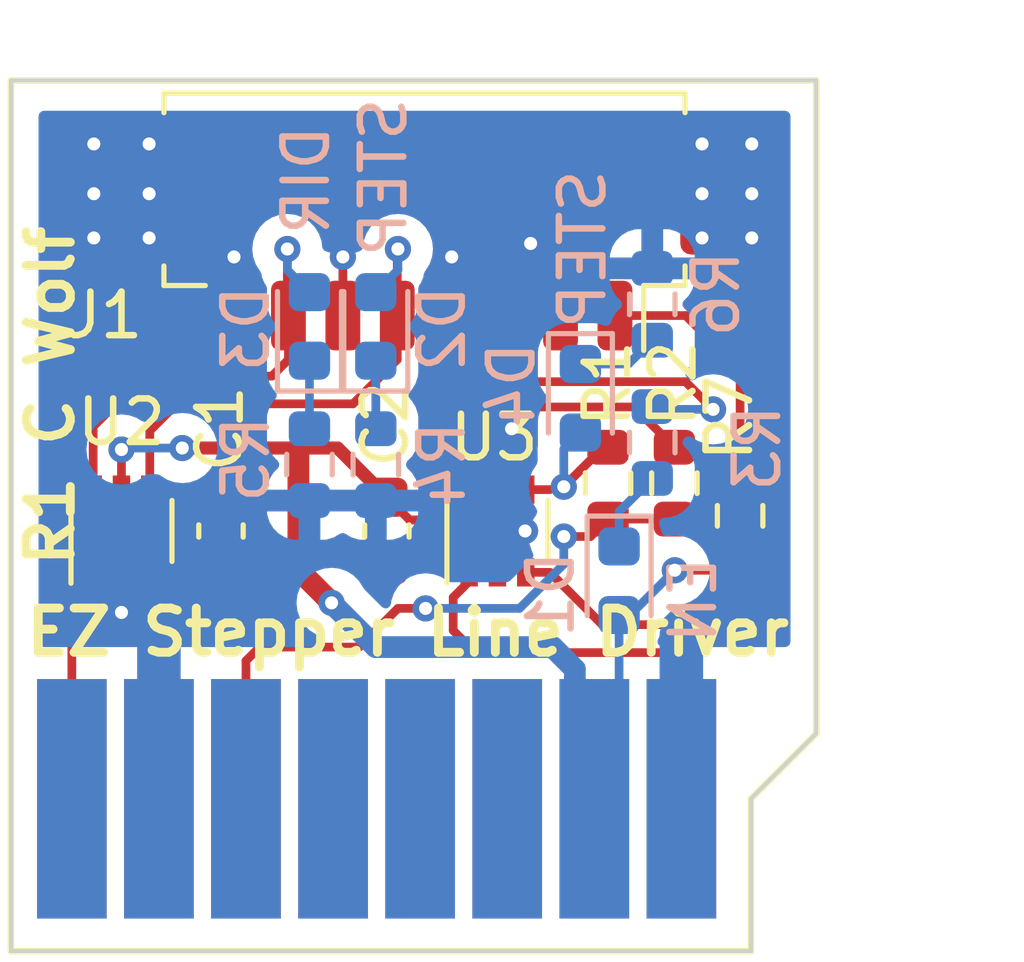
<source format=kicad_pcb>
(kicad_pcb (version 20221018) (generator pcbnew)
  (layers (0 "F.Cu" signal) (31 "B.Cu" signal) (34 "B.Paste" user) (35 "F.Paste" user) (36 "B.SilkS" user "B.Silkscreen") (37 "F.SilkS" user "F.Silkscreen") (38 "B.Mask" user) (39 "F.Mask" user) (44 "Edge.Cuts" user))
  (net 0 "")
  (net 1 "+5V")
  (net 2 "GND")
  (net 3 "/B-STEP")
  (net 4 "/B-DIR")
  (net 5 "Net-(D1-K)")
  (net 6 "Net-(D2-K)")
  (net 7 "/5VDIAG")
  (net 8 "/B-DIAG")
  (net 9 "/B-ENABLE")
  (net 10 "/DIAG")
  (net 15 "/DIR")
  (net 21 "Net-(D3-K)")
  (net 22 "/STEP")
  (net 23 "Net-(D4-K)")
  (net 24 "/\\ENABLE")
  (footprint "custom:EZ_Stepper_Edge_Connector" (layer "F.Cu") (at 30.48 -121.285)
    (fp_text reference "U1" hide)
    (fp_text value "EZ Driver Interface")
    (fp_line (start 0 -20) (end 0 0) (stroke (width 0.15)) (layer "F.SilkS"))
    (fp_line (start 0 0) (end 17 0) (stroke (width 0.15)) (layer "F.SilkS"))
    (fp_line (start 17 0) (end 17 -3.5) (stroke (width 0.15)) (layer "F.SilkS"))
    (fp_line (start 18.5 -20) (end 0 -20) (stroke (width 0.15)) (layer "F.SilkS"))
    (fp_line (start 18.5 -5) (end 17 -3.5) (stroke (width 0.15)) (layer "F.SilkS"))
    (fp_line (start 18.5 -5) (end 18.5 -20) (stroke (width 0.15)) (layer "F.SilkS"))
    (pad "1" smd rect locked (at 1.4 -3.5) (size 1.6 5.5) (layers "F.Cu" "F.Paste" "F.Mask") (net 15 "/DIR"))
    (pad "2" smd rect locked (at 3.4 -3.5) (size 1.6 5.5) (layers "F.Cu" "F.Paste" "F.Mask") (net 22 "/STEP"))
    (pad "3" smd rect locked (at 5.4 -3.5) (size 1.6 5.5) (layers "F.Cu" "F.Paste" "F.Mask") (net 10 "/DIAG"))
    (pad "4" smd rect locked (at 7.4 -3.5) (size 1.6 5.5) (layers "F.Cu" "F.Paste" "F.Mask"))
    (pad "5" smd rect locked (at 9.4 -3.5) (size 1.6 5.5) (layers "F.Cu" "F.Paste" "F.Mask"))
    (pad "6" smd rect locked (at 11.4 -3.5) (size 1.6 5.5) (layers "F.Cu" "F.Paste" "F.Mask"))
    (pad "7" smd rect locked (at 13.4 -3.5) (size 1.6 5.5) (layers "F.Cu" "F.Paste" "F.Mask"))
    (pad "8" smd rect locked (at 15.4 -3.5) (size 1.6 5.5) (layers "F.Cu" "F.Paste" "F.Mask") (net 24 "/\\ENABLE"))
    (pad "9" smd rect locked (at 15.4 -3.5) (size 1.6 5.5) (layers "B.Cu" "B.Paste" "B.Mask") (net 2 "GND"))
    (pad "10" smd rect locked (at 13.4 -3.5) (size 1.6 5.5) (layers "B.Cu" "B.Paste" "B.Mask") (net 1 "+5V"))
    (pad "11" smd rect locked (at 11.4 -3.5) (size 1.6 5.5) (layers "B.Cu" "B.Paste" "B.Mask"))
    (pad "12" smd rect locked (at 9.4 -3.5) (size 1.6 5.5) (layers "B.Cu" "B.Paste" "B.Mask"))
    (pad "13" smd rect locked (at 7.4 -3.5) (size 1.6 5.5) (layers "B.Cu" "B.Paste" "B.Mask"))
    (pad "14" smd rect locked (at 5.4 -3.5) (size 1.6 5.5) (layers "B.Cu" "B.Paste" "B.Mask"))
    (pad "15" smd rect locked (at 3.4 -3.5) (size 1.6 5.5) (layers "B.Cu" "B.Paste" "B.Mask") (net 2 "GND"))
    (pad "16" smd rect locked (at 1.4 -3.5) (size 1.6 5.5) (layers "B.Cu" "B.Paste" "B.Mask"))
  )
  (footprint "Capacitor_SMD:C_0603_1608Metric" (layer "F.Cu") (at 35.306 -130.937 -90)
    (fp_text reference "C1" (at -2.348 0.026 90) (layer "F.SilkS"))
    (fp_text value "C")
    (fp_line (start -0.14058 -0.51) (end 0.14058 -0.51) (stroke (width 0.12)) (layer "F.SilkS"))
    (fp_line (start -0.14058 0.51) (end 0.14058 0.51) (stroke (width 0.12)) (layer "F.SilkS"))
    (pad "1" smd roundrect (at -0.775 0 270) (size 0.9 0.95) (layers "F.Cu" "F.Paste" "F.Mask") (net 1 "+5V"))
    (pad "2" smd roundrect (at 0.775 0 270) (size 0.9 0.95) (layers "F.Cu" "F.Paste" "F.Mask") (net 2 "GND"))
  )
  (footprint "Package_TO_SOT_SMD:SOT-363_SC-70-6" (layer "F.Cu") (at 33.02 -130.937 90)
    (fp_text reference "U2" (at 2.5 0) (layer "F.SilkS"))
    (fp_text value "74LVC2G17")
    (fp_line (start -0.7 1.16) (end 0.7 1.16) (stroke (width 0.12)) (layer "F.SilkS"))
    (fp_line (start 0.7 -1.16) (end -1.2 -1.16) (stroke (width 0.12)) (layer "F.SilkS"))
    (pad "1" smd rect (at -0.95 -0.65 90) (size 0.65 0.4) (layers "F.Cu" "F.Paste" "F.Mask") (net 15 "/DIR"))
    (pad "2" smd rect (at -0.95 0 90) (size 0.65 0.4) (layers "F.Cu" "F.Paste" "F.Mask") (net 2 "GND"))
    (pad "3" smd rect (at -0.95 0.65 90) (size 0.65 0.4) (layers "F.Cu" "F.Paste" "F.Mask") (net 22 "/STEP"))
    (pad "4" smd rect (at 0.95 0.65 90) (size 0.65 0.4) (layers "F.Cu" "F.Paste" "F.Mask") (net 3 "/B-STEP"))
    (pad "5" smd rect (at 0.95 0 90) (size 0.65 0.4) (layers "F.Cu" "F.Paste" "F.Mask") (net 1 "+5V"))
    (pad "6" smd rect (at 0.95 -0.65 90) (size 0.65 0.4) (layers "F.Cu" "F.Paste" "F.Mask") (net 4 "/B-DIR"))
  )
  (footprint "Resistor_SMD:R_0603_1608Metric" (layer "F.Cu") (at 45.72 -132.035 -90)
    (fp_text reference "R2" (at -2.286 0.04 90) (layer "F.SilkS"))
    (fp_text value "2.2K")
    (fp_line (start -0.237258 -0.5225) (end 0.237258 -0.5225) (stroke (width 0.12)) (layer "F.SilkS"))
    (fp_line (start -0.237258 0.5225) (end 0.237258 0.5225) (stroke (width 0.12)) (layer "F.SilkS"))
    (pad "1" smd roundrect (at -0.825 0 270) (size 0.8 0.95) (layers "F.Cu" "F.Paste" "F.Mask") (net 2 "GND"))
    (pad "2" smd roundrect (at 0.825 0 270) (size 0.8 0.95) (layers "F.Cu" "F.Paste" "F.Mask") (net 10 "/DIAG"))
  )
  (footprint "Resistor_SMD:R_0603_1608Metric" (layer "F.Cu") (at 44.196 -132.035 90)
    (fp_text reference "R1" (at 2.286 -0.016 90) (layer "F.SilkS"))
    (fp_text value "1K")
    (fp_line (start -0.237258 -0.5225) (end 0.237258 -0.5225) (stroke (width 0.12)) (layer "F.SilkS"))
    (fp_line (start -0.237258 0.5225) (end 0.237258 0.5225) (stroke (width 0.12)) (layer "F.SilkS"))
    (pad "1" smd roundrect (at -0.825 0 90) (size 0.8 0.95) (layers "F.Cu" "F.Paste" "F.Mask") (net 10 "/DIAG"))
    (pad "2" smd roundrect (at 0.825 0 90) (size 0.8 0.95) (layers "F.Cu" "F.Paste" "F.Mask") (net 7 "/5VDIAG"))
  )
  (footprint "Package_TO_SOT_SMD:SOT-363_SC-70-6" (layer "F.Cu") (at 41.656 -130.937 90)
    (fp_text reference "U3" (at 2.148 -0.076 180) (layer "F.SilkS"))
    (fp_text value "74LVC2G17")
    (fp_line (start -0.7 1.16) (end 0.7 1.16) (stroke (width 0.12)) (layer "F.SilkS"))
    (fp_line (start 0.7 -1.16) (end -1.2 -1.16) (stroke (width 0.12)) (layer "F.SilkS"))
    (pad "1" smd rect (at -0.95 -0.65 90) (size 0.65 0.4) (layers "F.Cu" "F.Paste" "F.Mask") (net 24 "/\\ENABLE"))
    (pad "2" smd rect (at -0.95 0 90) (size 0.65 0.4) (layers "F.Cu" "F.Paste" "F.Mask") (net 2 "GND"))
    (pad "3" smd rect (at -0.95 0.65 90) (size 0.65 0.4) (layers "F.Cu" "F.Paste" "F.Mask") (net 8 "/B-DIAG"))
    (pad "4" smd rect (at 0.95 0.65 90) (size 0.65 0.4) (layers "F.Cu" "F.Paste" "F.Mask") (net 7 "/5VDIAG"))
    (pad "5" smd rect (at 0.95 0 90) (size 0.65 0.4) (layers "F.Cu" "F.Paste" "F.Mask") (net 1 "+5V"))
    (pad "6" smd rect (at 0.95 -0.65 90) (size 0.65 0.4) (layers "F.Cu" "F.Paste" "F.Mask") (net 9 "/B-ENABLE"))
  )
  (footprint "Connector_Molex:Molex_PicoBlade_53261-0871_1x08-1MP_P1.25mm_Horizontal" (layer "F.Cu") (at 39.98 -138.285 180)
    (fp_text reference "J1" (at 7.341 -2.395) (layer "F.SilkS"))
    (fp_text value "Conn_02x04_Odd_Even")
    (fp_line (start -5.985 -1.71) (end -5.035 -1.71) (stroke (width 0.12)) (layer "F.SilkS"))
    (fp_line (start -5.985 -1.26) (end -5.985 -1.71) (stroke (width 0.12)) (layer "F.SilkS"))
    (fp_line (start -5.985 2.26) (end -5.985 2.71) (stroke (width 0.12)) (layer "F.SilkS"))
    (fp_line (start -5.985 2.71) (end 5.985 2.71) (stroke (width 0.12)) (layer "F.SilkS"))
    (fp_line (start -5.035 -1.71) (end -5.035 -3.2) (stroke (width 0.12)) (layer "F.SilkS"))
    (fp_line (start 5.985 -1.71) (end 5.035 -1.71) (stroke (width 0.12)) (layer "F.SilkS"))
    (fp_line (start 5.985 -1.26) (end 5.985 -1.71) (stroke (width 0.12)) (layer "F.SilkS"))
    (fp_line (start 5.985 2.71) (end 5.985 2.26) (stroke (width 0.12)) (layer "F.SilkS"))
    (pad "1" smd roundrect (at -4.375 -2.4 180) (size 0.8 1.6) (layers "F.Cu" "F.Paste" "F.Mask") (net 8 "/B-DIAG"))
    (pad "2" smd roundrect (at -3.125 -2.4 180) (size 0.8 1.6) (layers "F.Cu" "F.Paste" "F.Mask") (net 2 "GND"))
    (pad "3" smd roundrect (at -1.875 -2.4 180) (size 0.8 1.6) (layers "F.Cu" "F.Paste" "F.Mask") (net 9 "/B-ENABLE"))
    (pad "4" smd roundrect (at -0.625 -2.4 180) (size 0.8 1.6) (layers "F.Cu" "F.Paste" "F.Mask") (net 2 "GND"))
    (pad "5" smd roundrect (at 0.625 -2.4 180) (size 0.8 1.6) (layers "F.Cu" "F.Paste" "F.Mask") (net 3 "/B-STEP"))
    (pad "6" smd roundrect (at 1.875 -2.4 180) (size 0.8 1.6) (layers "F.Cu" "F.Paste" "F.Mask") (net 2 "GND"))
    (pad "7" smd roundrect (at 3.125 -2.4 180) (size 0.8 1.6) (layers "F.Cu" "F.Paste" "F.Mask") (net 4 "/B-DIR"))
    (pad "8" smd roundrect (at 4.375 -2.4 180) (size 0.8 1.6) (layers "F.Cu" "F.Paste" "F.Mask") (net 2 "GND"))
    (pad "MP" smd roundrect (at -6.925 0.5 180) (size 2.1 3) (layers "F.Cu" "F.Paste" "F.Mask") (roundrect_rratio 0.1190480952) (net 2 "GND"))
    (pad "MP" smd roundrect (at 6.925 0.5 180) (size 2.1 3) (layers "F.Cu" "F.Paste" "F.Mask") (roundrect_rratio 0.1190480952) (net 2 "GND"))
  )
  (footprint "Resistor_SMD:R_0603_1608Metric" (layer "F.Cu") (at 47.23 -131.285 -90)
    (fp_text reference "R7" (at -2.25 0.25 90) (layer "F.SilkS"))
    (fp_text value "2.2K")
    (fp_line (start -0.237258 -0.5225) (end 0.237258 -0.5225) (stroke (width 0.12)) (layer "F.SilkS"))
    (fp_line (start -0.237258 0.5225) (end 0.237258 0.5225) (stroke (width 0.12)) (layer "F.SilkS"))
    (pad "1" smd roundrect (at -0.825 0 270) (size 0.8 0.95) (layers "F.Cu" "F.Paste" "F.Mask") (net 8 "/B-DIAG"))
    (pad "2" smd roundrect (at 0.825 0 270) (size 0.8 0.95) (layers "F.Cu" "F.Paste" "F.Mask") (net 1 "+5V"))
  )
  (footprint "Capacitor_SMD:C_0603_1608Metric" (layer "F.Cu") (at 39.116 -130.937 -90)
    (fp_text reference "C2" (at -2.448 0.036 90) (layer "F.SilkS"))
    (fp_text value "C")
    (fp_line (start -0.14058 -0.51) (end 0.14058 -0.51) (stroke (width 0.12)) (layer "F.SilkS"))
    (fp_line (start -0.14058 0.51) (end 0.14058 0.51) (stroke (width 0.12)) (layer "F.SilkS"))
    (pad "1" smd roundrect (at -0.775 0 270) (size 0.9 0.95) (layers "F.Cu" "F.Paste" "F.Mask") (net 1 "+5V"))
    (pad "2" smd roundrect (at 0.775 0 270) (size 0.9 0.95) (layers "F.Cu" "F.Paste" "F.Mask") (net 2 "GND"))
  )
  (footprint "Resistor_SMD:R_0603_1608Metric" (layer "B.Cu") (at 45.212 -132.969 -90)
    (fp_text reference "R3" (at 0.127 -2.413 90) (layer "B.SilkS") (effects (justify mirror)))
    (fp_text value "R")
    (fp_line (start -0.237258 -0.5225) (end 0.237258 -0.5225) (stroke (width 0.12)) (layer "B.SilkS"))
    (fp_line (start -0.237258 0.5225) (end 0.237258 0.5225) (stroke (width 0.12)) (layer "B.SilkS"))
    (pad "1" smd roundrect (at -0.825 0 270) (size 0.8 0.95) (layers "B.Cu" "B.Paste" "B.Mask") (net 9 "/B-ENABLE"))
    (pad "2" smd roundrect (at 0.825 0 270) (size 0.8 0.95) (layers "B.Cu" "B.Paste" "B.Mask") (net 5 "Net-(D1-K)"))
  )
  (footprint "LED_SMD:LED_0603_1608Metric" (layer "B.Cu") (at 37.338 -135.636 90)
    (fp_text reference "D3" (at -0.051 -1.458 90) (layer "B.SilkS") (effects (justify mirror)))
    (fp_text value "LED")
    (fp_line (start -1.485 -0.735) (end 0.8 -0.735) (stroke (width 0.12)) (layer "B.SilkS"))
    (fp_line (start -1.485 0.735) (end -1.485 -0.735) (stroke (width 0.12)) (layer "B.SilkS"))
    (fp_line (start 0.8 0.735) (end -1.485 0.735) (stroke (width 0.12)) (layer "B.SilkS"))
    (pad "1" smd roundrect (at -0.7875 0 90) (size 0.875 0.95) (layers "B.Cu" "B.Paste" "B.Mask") (net 21 "Net-(D3-K)"))
    (pad "2" smd roundrect (at 0.7875 0 90) (size 0.875 0.95) (layers "B.Cu" "B.Paste" "B.Mask") (net 4 "/B-DIR"))
  )
  (footprint "LED_SMD:LED_0603_1608Metric" (layer "B.Cu") (at 43.561 -133.985 -90)
    (fp_text reference "D4" (at -0.3 1.581 90) (layer "B.SilkS") (effects (justify mirror)))
    (fp_text value "LED")
    (fp_line (start -1.485 -0.735) (end 0.8 -0.735) (stroke (width 0.12)) (layer "B.SilkS"))
    (fp_line (start -1.485 0.735) (end -1.485 -0.735) (stroke (width 0.12)) (layer "B.SilkS"))
    (fp_line (start 0.8 0.735) (end -1.485 0.735) (stroke (width 0.12)) (layer "B.SilkS"))
    (pad "1" smd roundrect (at -0.7875 0 270) (size 0.875 0.95) (layers "B.Cu" "B.Paste" "B.Mask") (net 23 "Net-(D4-K)"))
    (pad "2" smd roundrect (at 0.7875 0 270) (size 0.875 0.95) (layers "B.Cu" "B.Paste" "B.Mask") (net 7 "/5VDIAG"))
  )
  (footprint "LED_SMD:LED_0603_1608Metric" (layer "B.Cu") (at 44.45 -129.794 -90)
    (fp_text reference "D1" (at 0.309 1.57 90) (layer "B.SilkS") (effects (justify mirror)))
    (fp_text value "LED")
    (fp_line (start -1.485 -0.735) (end 0.8 -0.735) (stroke (width 0.12)) (layer "B.SilkS"))
    (fp_line (start -1.485 0.735) (end -1.485 -0.735) (stroke (width 0.12)) (layer "B.SilkS"))
    (fp_line (start 0.8 0.735) (end -1.485 0.735) (stroke (width 0.12)) (layer "B.SilkS"))
    (pad "1" smd roundrect (at -0.7875 0 270) (size 0.875 0.95) (layers "B.Cu" "B.Paste" "B.Mask") (net 5 "Net-(D1-K)"))
    (pad "2" smd roundrect (at 0.7875 0 270) (size 0.875 0.95) (layers "B.Cu" "B.Paste" "B.Mask") (net 1 "+5V"))
  )
  (footprint "Resistor_SMD:R_0603_1608Metric" (layer "B.Cu") (at 45.212 -136.144 -90)
    (fp_text reference "R6" (at -0.241 -1.468 90) (layer "B.SilkS") (effects (justify mirror)))
    (fp_text value "R")
    (fp_line (start -0.237258 -0.5225) (end 0.237258 -0.5225) (stroke (width 0.12)) (layer "B.SilkS"))
    (fp_line (start -0.237258 0.5225) (end 0.237258 0.5225) (stroke (width 0.12)) (layer "B.SilkS"))
    (pad "1" smd roundrect (at -0.825 0 270) (size 0.8 0.95) (layers "B.Cu" "B.Paste" "B.Mask") (net 2 "GND"))
    (pad "2" smd roundrect (at 0.825 0 270) (size 0.8 0.95) (layers "B.Cu" "B.Paste" "B.Mask") (net 23 "Net-(D4-K)"))
  )
  (footprint "Resistor_SMD:R_0603_1608Metric" (layer "B.Cu") (at 38.862 -132.461 90)
    (fp_text reference "R4" (at 0 1.518 90) (layer "B.SilkS") (effects (justify mirror)))
    (fp_text value "R")
    (fp_line (start -0.237258 -0.5225) (end 0.237258 -0.5225) (stroke (width 0.12)) (layer "B.SilkS"))
    (fp_line (start -0.237258 0.5225) (end 0.237258 0.5225) (stroke (width 0.12)) (layer "B.SilkS"))
    (pad "1" smd roundrect (at -0.825 0 90) (size 0.8 0.95) (layers "B.Cu" "B.Paste" "B.Mask") (net 2 "GND"))
    (pad "2" smd roundrect (at 0.825 0 90) (size 0.8 0.95) (layers "B.Cu" "B.Paste" "B.Mask") (net 6 "Net-(D2-K)"))
  )
  (footprint "LED_SMD:LED_0603_1608Metric" (layer "B.Cu") (at 38.862 -135.636 90)
    (fp_text reference "D2" (at -0.051 1.518 90) (layer "B.SilkS") (effects (justify mirror)))
    (fp_text value "LED")
    (fp_line (start -1.485 -0.735) (end 0.8 -0.735) (stroke (width 0.12)) (layer "B.SilkS"))
    (fp_line (start -1.485 0.735) (end -1.485 -0.735) (stroke (width 0.12)) (layer "B.SilkS"))
    (fp_line (start 0.8 0.735) (end -1.485 0.735) (stroke (width 0.12)) (layer "B.SilkS"))
    (pad "1" smd roundrect (at -0.7875 0 90) (size 0.875 0.95) (layers "B.Cu" "B.Paste" "B.Mask") (net 6 "Net-(D2-K)"))
    (pad "2" smd roundrect (at 0.7875 0 90) (size 0.875 0.95) (layers "B.Cu" "B.Paste" "B.Mask") (net 3 "/B-STEP"))
  )
  (footprint "Resistor_SMD:R_0603_1608Metric" (layer "B.Cu") (at 37.338 -132.461 90)
    (fp_text reference "R5" (at 0.124 -1.458 90) (layer "B.SilkS") (effects (justify mirror)))
    (fp_text value "R")
    (fp_line (start -0.237258 -0.5225) (end 0.237258 -0.5225) (stroke (width 0.12)) (layer "B.SilkS"))
    (fp_line (start -0.237258 0.5225) (end 0.237258 0.5225) (stroke (width 0.12)) (layer "B.SilkS"))
    (pad "1" smd roundrect (at -0.825 0 90) (size 0.8 0.95) (layers "B.Cu" "B.Paste" "B.Mask") (net 2 "GND"))
    (pad "2" smd roundrect (at 0.825 0 90) (size 0.8 0.95) (layers "B.Cu" "B.Paste" "B.Mask") (net 21 "Net-(D3-K)"))
  )
  (gr_line (start 48.98 -141.285) (end 48.98 -126.285) (stroke (width 0.1)) (layer "Edge.Cuts"))
  (gr_line (start 30.48 -141.285) (end 48.98 -141.285) (stroke (width 0.1)) (layer "Edge.Cuts"))
  (gr_line (start 47.48 -124.785) (end 47.48 -121.285) (stroke (width 0.1)) (layer "Edge.Cuts"))
  (gr_line (start 48.98 -126.285) (end 47.48 -124.785) (stroke (width 0.1)) (layer "Edge.Cuts"))
  (gr_line (start 30.48 -121.285) (end 30.48 -141.285) (stroke (width 0.1)) (layer "Edge.Cuts"))
  (gr_line (start 47.48 -121.285) (end 30.48 -121.285) (stroke (width 0.1)) (layer "Edge.Cuts"))
  (gr_text "DIR" (at 37.846 -140.335 90) (layer "B.SilkS") (effects (font (size 1 1)) (justify left bottom mirror)))
  (gr_text "EN" (at 46.736 -130.429 90) (layer "B.SilkS") (effects (font (size 1 1)) (justify left bottom mirror)))
  (gr_text "STEP" (at 44.196 -139.319 90) (layer "B.SilkS") (effects (font (size 1 1)) (justify left bottom mirror)))
  (gr_text "STEP" (at 39.624 -140.97 90) (layer "B.SilkS") (effects (font (size 1 1)) (justify left bottom mirror)))
  (gr_text "EZ Stepper Line Driver" (at 30.734 -128.016) (layer "F.SilkS") (effects (font (size 1.016 1.016) (thickness 0.2032) bold) (justify left bottom)))
  (gr_text "R1 C Wolf" (at 31.98 -130.035 90) (layer "F.SilkS") (effects (font (size 1.016 1.016) (thickness 0.2032) bold) (justify left bottom)))
  (segment (start 39.637 -131.191) (end 39.116 -131.712) (width 0.2) (layer "F.Cu") (net 1))
  (segment (start 40.767 -131.191) (end 39.637 -131.191) (width 0.2) (layer "F.Cu") (net 1))
  (segment (start 37.846 -129.286) (end 37.084 -130.048) (width 0.5) (layer "F.Cu") (net 1))
  (segment (start 41.656 -131.191) (end 40.767 -131.191) (width 0.2) (layer "F.Cu") (net 1))
  (segment (start 37.084 -130.048) (end 37.084 -132.842) (width 0.5) (layer "F.Cu") (net 1))
  (segment (start 33.274 -131.191) (end 34.785 -131.191) (width 0.2) (layer "F.Cu") (net 1))
  (segment (start 33.02 -131.887) (end 33.02 -132.808) (width 0.2) (layer "F.Cu") (net 1))
  (segment (start 47.23 -130.46) (end 46.805 -130.035) (width 0.2) (layer "F.Cu") (net 1))
  (segment (start 33.02 -131.445) (end 33.274 -131.191) (width 0.2) (layer "F.Cu") (net 1))
  (segment (start 37.986 -132.842) (end 37.084 -132.842) (width 0.3) (layer "F.Cu") (net 1))
  (segment (start 39.694 -131.191) (end 39.961 -131.191) (width 0.2) (layer "F.Cu") (net 1))
  (segment (start 40.767 -131.191) (end 39.961 -131.191) (width 0.2) (layer "F.Cu") (net 1))
  (segment (start 46.805 -130.035) (end 45.73 -130.035) (width 0.2) (layer "F.Cu") (net 1))
  (segment (start 33.02 -131.887) (end 33.02 -131.445) (width 0.2) (layer "F.Cu") (net 1))
  (segment (start 34.417 -132.842) (end 37.084 -132.842) (width 0.3) (layer "F.Cu") (net 1))
  (segment (start 39.116 -131.712) (end 37.986 -132.842) (width 0.3) (layer "F.Cu") (net 1))
  (segment (start 34.785 -131.191) (end 35.306 -131.712) (width 0.2) (layer "F.Cu") (net 1))
  (segment (start 41.656 -131.887) (end 41.656 -131.191) (width 0.2) (layer "F.Cu") (net 1))
  (via (at 34.417 -132.842) (size 0.6) (drill 0.3) (layers "F.Cu" "B.Cu") (net 1))
  (via (at 33.02 -132.808) (size 0.6) (drill 0.3) (layers "F.Cu" "B.Cu") (net 1))
  (via (at 37.846 -129.286) (size 0.6) (drill 0.3) (layers "F.Cu" "B.Cu") (net 1))
  (via (at 45.73 -130.035) (size 0.6) (drill 0.3) (layers "F.Cu" "B.Cu") (net 1))
  (segment (start 44.45 -129.0065) (end 44.7015 -129.0065) (width 0.2) (layer "B.Cu") (net 1))
  (segment (start 44.45 -125.355) (end 43.88 -124.785) (width 0.2) (layer "B.Cu") (net 1))
  (segment (start 42.926 -128.27) (end 38.862 -128.27) (width 0.5) (layer "B.Cu") (net 1))
  (segment (start 38.862 -128.27) (end 37.846 -129.286) (width 0.5) (layer "B.Cu") (net 1))
  (segment (start 43.434 -125.231) (end 43.434 -127.762) (width 0.5) (layer "B.Cu") (net 1))
  (segment (start 34.417 -132.842) (end 34.544 -132.842) (width 0.2) (layer "B.Cu") (net 1))
  (segment (start 34.417 -132.842) (end 33.054 -132.842) (width 0.2) (layer "B.Cu") (net 1))
  (segment (start 44.7015 -129.0065) (end 45.73 -130.035) (width 0.2) (layer "B.Cu") (net 1))
  (segment (start 43.88 -124.785) (end 43.434 -125.231) (width 0.2) (layer "B.Cu") (net 1))
  (segment (start 44.45 -129.0065) (end 44.45 -125.355) (width 0.2) (layer "B.Cu") (net 1))
  (segment (start 33.054 -132.842) (end 33.02 -132.808) (width 0.2) (layer "B.Cu") (net 1))
  (segment (start 43.434 -127.762) (end 42.926 -128.27) (width 0.5) (layer "B.Cu") (net 1))
  (segment (start 33.274 -130.683) (end 33.02 -130.429) (width 0.2) (layer "F.Cu") (net 2))
  (segment (start 41.5925 -130.0505) (end 41.5925 -130.4925) (width 0.2) (layer "F.Cu") (net 2))
  (segment (start 41.148 -130.683) (end 40.752736 -130.683) (width 0.2) (layer "F.Cu") (net 2))
  (segment (start 41.656 -129.987) (end 41.7195 -130.0505) (width 0.2) (layer "F.Cu") (net 2))
  (segment (start 42.418 -137.541) (end 43.105 -136.854) (width 0.2) (layer "F.Cu") (net 2))
  (segment (start 41.5925 -130.4925) (end 41.402 -130.683) (width 0.2) (layer "F.Cu") (net 2))
  (segment (start 41.656 -129.987) (end 41.5925 -130.0505) (width 0.2) (layer "F.Cu") (net 2))
  (segment (start 44.795 -133.785) (end 45.72 -132.86) (width 0.2) (layer "F.Cu") (net 2))
  (segment (start 40.605 -135.885) (end 40.605 -137.232) (width 0.2) (layer "F.Cu") (net 2))
  (segment (start 35.605 -135.885) (end 35.605 -137.232) (width 0.2) (layer "F.Cu") (net 2))
  (segment (start 40.736 -130.683) (end 41.402 -130.683) (width 0.2) (layer "F.Cu") (net 2))
  (segment (start 41.275 -130.683) (end 39.751686 -130.683) (width 0.2) (layer "F.Cu") (net 2))
  (segment (start 39.230686 -130.162) (end 39.116 -130.162) (width 0.2) (layer "F.Cu") (net 2))
  (segment (start 33.02 -129.987) (end 33.02 -129.066) (width 0.2) (layer "F.Cu") (net 2))
  (segment (start 42.48 -133.785) (end 44.795 -133.785) (width 0.2) (layer "F.Cu") (net 2))
  (segment (start 38.105 -135.885) (end 38.105 -137.232) (width 0.2) (layer "F.Cu") (net 2))
  (segment (start 41.275 -130.683) (end 41.402 -130.683) (width 0.2) (layer "F.Cu") (net 2))
  (segment (start 41.7195 -130.4925) (end 42.164 -130.937) (width 0.2) (layer "F.Cu") (net 2))
  (segment (start 33.02 -130.429) (end 33.02 -129.987) (width 0.2) (layer "F.Cu") (net 2))
  (segment (start 41.7195 -130.0505) (end 41.7195 -130.4925) (width 0.2) (layer "F.Cu") (net 2))
  (segment (start 41.98 -133.285) (end 42.48 -133.785) (width 0.2) (layer "F.Cu") (net 2))
  (segment (start 39.751686 -130.683) (end 39.230686 -130.162) (width 0.2) (layer "F.Cu") (net 2))
  (segment (start 34.785 -130.683) (end 33.274 -130.683) (width 0.2) (layer "F.Cu") (net 2))
  (segment (start 41.148 -130.683) (end 41.275 -130.683) (width 0.2) (layer "F.Cu") (net 2))
  (segment (start 42.164 -130.937) (end 42.291 -130.937) (width 0.2) (layer "F.Cu") (net 2))
  (segment (start 35.306 -130.162) (end 34.785 -130.683) (width 0.2) (layer "F.Cu") (net 2))
  (segment (start 43.105 -136.854) (end 43.105 -135.885) (width 0.2) (layer "F.Cu") (net 2))
  (via (at 46.355 -138.684) (size 0.6) (drill 0.3) (layers "F.Cu" "B.Cu") (net 2))
  (via (at 33.02 -129.066) (size 0.6) (drill 0.3) (layers "F.Cu" "B.Cu") (net 2))
  (via (at 38.105 -137.232) (size 0.6) (drill 0.3) (layers "F.Cu" "B.Cu") (net 2))
  (via (at 35.605 -137.232) (size 0.6) (drill 0.3) (layers "F.Cu" "B.Cu") (net 2))
  (via (at 46.355 -137.668) (size 0.6) (drill 0.3) (layers "F.Cu" "B.Cu") (net 2))
  (via (at 32.385 -138.684) (size 0.6) (drill 0.3) (layers "F.Cu" "B.Cu") (net 2))
  (via (at 47.498 -137.668) (size 0.6) (drill 0.3) (layers "F.Cu" "B.Cu") (net 2))
  (via (at 46.355 -139.827) (size 0.6) (drill 0.3) (layers "F.Cu" "B.Cu") (net 2))
  (via (at 32.385 -139.827) (size 0.6) (drill 0.3) (layers "F.Cu" "B.Cu") (net 2))
  (via (at 42.418 -137.541) (size 0.6) (drill 0.3) (layers "F.Cu" "B.Cu") (net 2))
  (via (at 47.498 -138.684) (size 0.6) (drill 0.3) (layers "F.Cu" "B.Cu") (net 2))
  (via (at 47.498 -139.827) (size 0.6) (drill 0.3) (layers "F.Cu" "B.Cu") (net 2))
  (via (at 40.605 -137.232) (size 0.6) (drill 0.3) (layers "F.Cu" "B.Cu") (net 2))
  (via (at 41.98 -133.285) (size 0.6) (drill 0.3) (layers "F.Cu" "B.Cu") (net 2))
  (via (at 42.291 -130.937) (size 0.6) (drill 0.3) (layers "F.Cu" "B.Cu") (net 2))
  (via (at 33.655 -139.827) (size 0.6) (drill 0.3) (layers "F.Cu" "B.Cu") (net 2))
  (via (at 33.655 -138.684) (size 0.6) (drill 0.3) (layers "F.Cu" "B.Cu") (net 2))
  (via (at 32.385 -137.668) (size 0.6) (drill 0.3) (layers "F.Cu" "B.Cu") (net 2))
  (via (at 33.655 -137.668) (size 0.6) (drill 0.3) (layers "F.Cu" "B.Cu") (net 2))
  (segment (start 33.88 -124.785) (end 33.88 -129.13) (width 1) (layer "B.Cu") (net 2))
  (segment (start 45.88 -124.785) (end 45.88 -128.535) (width 1) (layer "B.Cu") (net 2))
  (segment (start 39.355 -137.399) (end 39.37 -137.414) (width 0.2) (layer "F.Cu") (net 3))
  (segment (start 33.67 -133.238) (end 34.29 -133.858) (width 0.2) (layer "F.Cu") (net 3))
  (segment (start 38.339 -133.858) (end 39.355 -134.874) (width 0.2) (layer "F.Cu") (net 3))
  (segment (start 39.355 -135.885) (end 39.355 -137.399) (width 0.2) (layer "F.Cu") (net 3))
  (segment (start 39.355 -134.874) (end 39.355 -135.885) (width 0.2) (layer "F.Cu") (net 3))
  (segment (start 33.67 -131.887) (end 33.67 -133.238) (width 0.2) (layer "F.Cu") (net 3))
  (segment (start 34.29 -133.858) (end 38.339 -133.858) (width 0.2) (layer "F.Cu") (net 3))
  (via (at 39.37 -137.414) (size 0.6) (drill 0.3) (layers "F.Cu" "B.Cu") (net 3))
  (segment (start 39.37 -136.9315) (end 39.37 -137.414) (width 0.2) (layer "B.Cu") (net 3))
  (segment (start 38.862 -136.4235) (end 39.37 -136.9315) (width 0.2) (layer "B.Cu") (net 3))
  (segment (start 36.855 -134.874) (end 36.855 -135.885) (width 0.2) (layer "F.Cu") (net 4))
  (segment (start 33.528 -134.493) (end 36.474 -134.493) (width 0.2) (layer "F.Cu") (net 4))
  (segment (start 32.37 -133.335) (end 33.528 -134.493) (width 0.2) (layer "F.Cu") (net 4))
  (segment (start 36.474 -134.493) (end 36.855 -134.874) (width 0.2) (layer "F.Cu") (net 4))
  (segment (start 36.83 -135.91) (end 36.855 -135.885) (width 0.2) (layer "F.Cu") (net 4))
  (segment (start 36.83 -137.414) (end 36.83 -135.91) (width 0.2) (layer "F.Cu") (net 4))
  (segment (start 32.37 -131.887) (end 32.37 -133.335) (width 0.2) (layer "F.Cu") (net 4))
  (via (at 36.83 -137.414) (size 0.6) (drill 0.3) (layers "F.Cu" "B.Cu") (net 4))
  (segment (start 37.338 -136.4235) (end 36.83 -136.9315) (width 0.2) (layer "B.Cu") (net 4))
  (segment (start 36.83 -136.9315) (end 36.83 -137.414) (width 0.2) (layer "B.Cu") (net 4))
  (segment (start 44.45 -131.382) (end 45.212 -132.144) (width 0.2) (layer "B.Cu") (net 5))
  (segment (start 44.45 -130.5815) (end 44.45 -131.382) (width 0.2) (layer "B.Cu") (net 5))
  (segment (start 38.862 -133.286) (end 38.862 -134.8485) (width 0.2) (layer "B.Cu") (net 6))
  (segment (start 43.18 -131.953) (end 43.114 -131.887) (width 0.2) (layer "F.Cu") (net 7))
  (segment (start 43.751 -132.524) (end 43.18 -131.953) (width 0.2) (layer "F.Cu") (net 7))
  (segment (start 44.196 -132.86) (end 44.087 -132.86) (width 0.2) (layer "F.Cu") (net 7))
  (segment (start 42.306 -131.887) (end 42.86 -131.887) (width 0.2) (layer "F.Cu") (net 7))
  (segment (start 44.087 -132.86) (end 43.18 -131.953) (width 0.2) (layer "F.Cu") (net 7))
  (via (at 43.18 -131.953) (size 0.6) (drill 0.3) (layers "F.Cu" "B.Cu") (net 7))
  (segment (start 43.18 -131.953) (end 43.18 -132.8165) (width 0.2) (layer "B.Cu") (net 7))
  (segment (start 43.18 -132.8165) (end 43.561 -133.1975) (width 0.2) (layer "B.Cu") (net 7))
  (segment (start 47.48 -128.785) (end 44.062 -128.785) (width 0.2) (layer "F.Cu") (net 8))
  (segment (start 43.021 -129.826) (end 42.86 -129.987) (width 0.2) (layer "F.Cu") (net 8))
  (segment (start 47.23 -134.634) (end 47.0295 -134.8345) (width 0.2) (layer "F.Cu") (net 8))
  (segment (start 47.23 -132.11) (end 47.23 -134.634) (width 0.2) (layer "F.Cu") (net 8))
  (segment (start 44.355 -135.885) (end 45.979 -135.885) (width 0.2) (layer "F.Cu") (net 8))
  (segment (start 44.062 -128.785) (end 43.021 -129.826) (width 0.2) (layer "F.Cu") (net 8))
  (segment (start 48.23 -131.11) (end 48.23 -129.535) (width 0.2) (layer "F.Cu") (net 8))
  (segment (start 47.0295 -134.8345) (end 47.244 -134.62) (width 0.2) (layer "F.Cu") (net 8))
  (segment (start 42.86 -129.987) (end 42.306 -129.987) (width 0.2) (layer "F.Cu") (net 8))
  (segment (start 48.23 -129.535) (end 47.48 -128.785) (width 0.2) (layer "F.Cu") (net 8))
  (segment (start 47.23 -132.11) (end 48.23 -131.11) (width 0.2) (layer "F.Cu") (net 8))
  (segment (start 45.979 -135.885) (end 47.0295 -134.8345) (width 0.2) (layer "F.Cu") (net 8))
  (segment (start 41.855 -134.565) (end 41.855 -134.692) (width 0.2) (layer "F.Cu") (net 9))
  (segment (start 41.855 -134.692) (end 41.855 -135.885) (width 0.2) (layer "F.Cu") (net 9))
  (segment (start 41.006 -133.517) (end 41.855 -134.366) (width 0.2) (layer "F.Cu") (net 9))
  (segment (start 41.855 -134.366) (end 41.855 -134.692) (width 0.2) (layer "F.Cu") (net 9))
  (segment (start 46.609 -133.731) (end 45.974 -134.366) (width 0.2) (layer "F.Cu") (net 9))
  (segment (start 45.974 -134.366) (end 41.855 -134.366) (width 0.2) (layer "F.Cu") (net 9))
  (segment (start 41.006 -131.887) (end 41.006 -133.517) (width 0.2) (layer "F.Cu") (net 9))
  (via (at 46.609 -133.731) (size 0.6) (drill 0.3) (layers "F.Cu" "B.Cu") (net 9))
  (segment (start 46.609 -133.731) (end 45.275 -133.731) (width 0.2) (layer "B.Cu") (net 9))
  (segment (start 45.275 -133.731) (end 45.212 -133.794) (width 0.2) (layer "B.Cu") (net 9))
  (segment (start 44.196 -131.21) (end 45.72 -131.21) (width 0.2) (layer "F.Cu") (net 10))
  (segment (start 38.481 -128.27) (end 36.195 -128.27) (width 0.2) (layer "F.Cu") (net 10))
  (segment (start 40.005 -129.159) (end 39.37 -129.159) (width 0.2) (layer "F.Cu") (net 10))
  (segment (start 36.195 -128.27) (end 35.88 -127.955) (width 0.2) (layer "F.Cu") (net 10))
  (segment (start 43.796 -130.81) (end 44.196 -131.21) (width 0.2) (layer "F.Cu") (net 10))
  (segment (start 35.88 -127.955) (end 35.88 -124.785) (width 0.2) (layer "F.Cu") (net 10))
  (segment (start 43.18 -130.81) (end 43.796 -130.81) (width 0.2) (layer "F.Cu") (net 10))
  (segment (start 39.37 -129.159) (end 38.481 -128.27) (width 0.2) (layer "F.Cu") (net 10))
  (via (at 43.18 -130.81) (size 0.6) (drill 0.3) (layers "F.Cu" "B.Cu") (net 10))
  (via (at 40.005 -129.159) (size 0.6) (drill 0.3) (layers "F.Cu" "B.Cu") (net 10))
  (segment (start 43.18 -130.175) (end 43.18 -130.81) (width 0.2) (layer "B.Cu") (net 10))
  (segment (start 40.005 -129.159) (end 42.164 -129.159) (width 0.2) (layer "B.Cu") (net 10))
  (segment (start 42.164 -129.159) (end 43.18 -130.175) (width 0.2) (layer "B.Cu") (net 10))
  (segment (start 31.88 -128.527) (end 32.37 -129.017) (width 0.2) (layer "F.Cu") (net 15))
  (segment (start 32.37 -129.017) (end 32.37 -129.987) (width 0.2) (layer "F.Cu") (net 15))
  (segment (start 31.88 -124.785) (end 31.88 -128.527) (width 0.2) (layer "F.Cu") (net 15))
  (segment (start 37.338 -133.286) (end 37.338 -134.8485) (width 0.2) (layer "B.Cu") (net 21))
  (segment (start 33.88 -129.315) (end 33.88 -124.785) (width 0.2) (layer "F.Cu") (net 22))
  (segment (start 33.67 -129.987) (end 33.67 -129.525) (width 0.2) (layer "F.Cu") (net 22))
  (segment (start 33.67 -129.525) (end 33.88 -129.315) (width 0.2) (layer "F.Cu") (net 22))
  (segment (start 44.6655 -134.7725) (end 45.212 -135.319) (width 0.2) (layer "B.Cu") (net 23))
  (segment (start 43.561 -134.7725) (end 44.6655 -134.7725) (width 0.2) (layer "B.Cu") (net 23))
  (segment (start 41.006 -129.779) (end 40.64 -129.413) (width 0.2) (layer "F.Cu") (net 24))
  (segment (start 45.72 -128.143) (end 45.847 -128.016) (width 0.2) (layer "F.Cu") (net 24))
  (segment (start 40.64 -129.413) (end 40.64 -128.651) (width 0.2) (layer "F.Cu") (net 24))
  (segment (start 45.88 -127.983) (end 45.88 -124.785) (width 0.2) (layer "F.Cu") (net 24))
  (segment (start 45.847 -128.016) (end 45.88 -127.983) (width 0.2) (layer "F.Cu") (net 24))
  (segment (start 40.64 -128.651) (end 41.148 -128.143) (width 0.2) (layer "F.Cu") (net 24))
  (segment (start 41.148 -128.143) (end 45.72 -128.143) (width 0.2) (layer "F.Cu") (net 24))
  (segment (start 41.006 -129.987) (end 41.006 -129.779) (width 0.2) (layer "F.Cu") (net 24))
  (zone (net 2) (net_name "GND") (layer "B.Cu") (connect_pads (clearance 0.5)) (min_thickness 0.25) (fill yes (thermal_gap 0.5) (thermal_bridge_width 0.5))
    (polygon (pts (xy 31.115 -140.589) (xy 31.115 -128.27) (xy 48.387 -128.27) (xy 48.387 -140.589)))
  )
)
</source>
